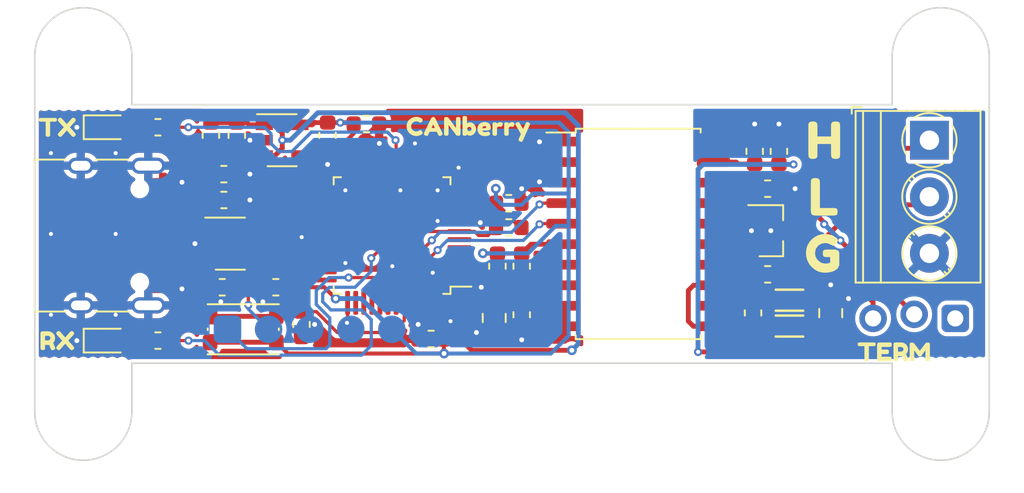
<source format=kicad_pcb>
(kicad_pcb (version 20210925) (generator pcbnew)
  (title_block (title "CANberry") (date "2021-10-02") (rev "0.1") (company "Josh Johnson"))
  (layers (0 "F.Cu" signal) (31 "B.Cu" signal) (34 "B.Paste" user) (35 "F.Paste" user) (36 "B.SilkS" user "B.Silkscreen") (37 "F.SilkS" user "F.Silkscreen") (38 "B.Mask" user) (39 "F.Mask" user) (44 "Edge.Cuts" user))
  (net 0 "")
  (net 1 "Net-(C1-Pad1)")
  (net 2 "GND")
  (net 3 "VBUS")
  (net 4 "+3V3")
  (net 5 "Net-(C11-Pad1)")
  (net 6 "GNDD")
  (net 7 "Net-(C10-Pad1)")
  (net 8 "Net-(C10-Pad2)")
  (net 9 "Net-(D1-Pad2)")
  (net 10 "Net-(D2-Pad2)")
  (net 11 "/CAN_H")
  (net 12 "/CAN_L")
  (net 13 "Net-(J1-PadA5)")
  (net 14 "Net-(J1-PadA6)")
  (net 15 "Net-(J1-PadA7)")
  (net 17 "Net-(J1-PadB5)")
  (net 19 "/nRST")
  (net 20 "/SWD_IO")
  (net 21 "/SWD_CLK")
  (net 22 "Net-(R3-Pad1)")
  (net 23 "/LED_TX")
  (net 24 "/LED_RX")
  (net 25 "/BOOT0")
  (net 27 "/USB_D+")
  (net 28 "/USB_D-")
  (net 29 "/CAN_RX")
  (net 30 "/CAN_TX")
  (net 63 "Net-(J3-Pad3)")
  (footprint "" (layer "F.Cu") (at 59.2 42)
    (fp_text reference "" hide)
    (fp_text value "")
  )
  (footprint "" (layer "F.Cu") (at 109.8 58)
    (fp_text reference "" hide)
    (fp_text value "")
  )
  (footprint "" (layer "F.Cu") (at 108.6 42)
    (fp_text reference "" hide)
    (fp_text value "")
  )
  (footprint "josh-connectors:3_PIN_THT_Staggered" (layer "F.Cu") (at 111.9 55.1 -90)
    (fp_text reference "J3" hide)
    (fp_text value "M20-9990346")
  )
  (footprint "MountingHole:MountingHole_3.2mm_M3" (layer "F.Cu") (at 58 39)
    (fp_text reference "H3" hide)
    (fp_text value "MountingHole")
  )
  (footprint "svg2mod" (layer "F.Cu") (at 103.7 51.2)
    (fp_text reference "svg2mod" hide)
    (fp_text value "G***" hide)
  )
  (footprint "" (layer "F.Cu") (at 56.8 58)
    (fp_text reference "" hide)
    (fp_text value "")
  )
  (footprint "" (layer "F.Cu") (at 112.2 42)
    (fp_text reference "" hide)
    (fp_text value "")
  )
  (footprint "" (layer "F.Cu") (at 109.2 42)
    (fp_text reference "" hide)
    (fp_text value "")
  )
  (footprint "" (layer "F.Cu") (at 60.4 42)
    (fp_text reference "" hide)
    (fp_text value "")
  )
  (footprint "Package_TO_SOT_SMD:SOT-23" (layer "F.Cu") (at 100.5 49.8)
    (fp_text reference "D3" hide)
    (fp_text value "ESDCAN24")
  )
  (footprint "josh-logos:OSHW_Logo_3.6x3.6_F.Mask" (layer "F.Cu") (at 83.5 45.5)
    (fp_text reference "LOGO1" hide)
    (fp_text value "Logo_Open_Hardware_Small" hide)
  )
  (footprint "svg2mod" (layer "F.Cu") (at 56.4 56.6)
    (fp_text reference "svg2mod" hide)
    (fp_text value "G***" hide)
  )
  (footprint "Package_TO_SOT_SMD:SOT-23-5" (layer "F.Cu") (at 70.2875 44.2)
    (fp_text reference "U1" hide)
    (fp_text value "AP2112K-3.3")
  )
  (footprint "Resistor_SMD:R_0603_1608Metric" (layer "F.Cu") (at 62.6125 56.6 180)
    (fp_text reference "R6" hide)
    (fp_text value "1K")
  )
  (footprint "" (layer "F.Cu") (at 57.4 42)
    (fp_text reference "" hide)
    (fp_text value "")
  )
  (footprint "LED_SMD:LED_0603_1608Metric" (layer "F.Cu") (at 59.5125 43.4)
    (fp_text reference "D1" hide)
    (fp_text value "RED")
  )
  (footprint "" (layer "F.Cu") (at 111.6 58)
    (fp_text reference "" hide)
    (fp_text value "")
  )
  (footprint "svg2mod" (layer "F.Cu") (at 56.4 43.4)
    (fp_text reference "svg2mod" hide)
    (fp_text value "G***" hide)
  )
  (footprint "svg2mod" (layer "F.Cu") (at 108.1 57.3)
    (fp_text reference "svg2mod" hide)
    (fp_text value "G***" hide)
  )
  (footprint "Capacitor_SMD:C_0603_1608Metric" (layer "F.Cu") (at 99.5 44.8875 90)
    (fp_text reference "C6" hide)
    (fp_text value "10n")
  )
  (footprint "" (layer "F.Cu") (at 56.2 58)
    (fp_text reference "" hide)
    (fp_text value "")
  )
  (footprint "MountingHole:MountingHole_3.2mm_M3" (layer "F.Cu") (at 58 61)
    (fp_text reference "H4" hide)
    (fp_text value "MountingHole")
  )
  (footprint "" (layer "F.Cu") (at 109.8 42)
    (fp_text reference "" hide)
    (fp_text value "")
  )
  (footprint "" (layer "F.Cu") (at 111.6 42)
    (fp_text reference "" hide)
    (fp_text value "")
  )
  (footprint "Capacitor_SMD:C_0603_1608Metric" (layer "F.Cu") (at 73.1 43.9 90)
    (fp_text reference "C3" hide)
    (fp_text value "4u7")
  )
  (footprint "Capacitor_SMD:C_0603_1608Metric" (layer "F.Cu") (at 69.9 53.3 180)
    (fp_text reference "C15" hide)
    (fp_text value "100n")
  )
  (footprint "" (layer "F.Cu") (at 112.2 58)
    (fp_text reference "" hide)
    (fp_text value "")
  )
  (footprint "svg2mod" (layer "F.Cu") (at 103.8 44.2)
    (fp_text reference "svg2mod" hide)
    (fp_text value "G***" hide)
  )
  (footprint "" (layer "F.Cu") (at 59.8 42)
    (fp_text reference "" hide)
    (fp_text value "")
  )
  (footprint "" (layer "F.Cu") (at 56.2 42)
    (fp_text reference "" hide)
    (fp_text value "")
  )
  (footprint "" (layer "F.Cu") (at 111 58)
    (fp_text reference "" hide)
    (fp_text value "")
  )
  (footprint "" (layer "F.Cu") (at 59.8 58)
    (fp_text reference "" hide)
    (fp_text value "")
  )
  (footprint "" (layer "F.Cu") (at 58 58)
    (fp_text reference "" hide)
    (fp_text value "")
  )
  (footprint "" (layer "F.Cu") (at 58.6 58)
    (fp_text reference "" hide)
    (fp_text value "")
  )
  (footprint "Capacitor_SMD:C_0603_1608Metric" (layer "F.Cu") (at 99.4 54.8875 90)
    (fp_text reference "C10" hide)
    (fp_text value "100n")
  )
  (footprint "" (layer "F.Cu") (at 113.4 42)
    (fp_text reference "" hide)
    (fp_text value "")
  )
  (footprint "" (layer "F.Cu") (at 60.4 58)
    (fp_text reference "" hide)
    (fp_text value "")
  )
  (footprint "MountingHole:MountingHole_3.2mm_M3" (layer "F.Cu") (at 111 61)
    (fp_text reference "H2" hide)
    (fp_text value "MountingHole")
  )
  (footprint "" (layer "F.Cu") (at 110.4 42)
    (fp_text reference "" hide)
    (fp_text value "")
  )
  (footprint "Capacitor_SMD:C_0603_1608Metric" (layer "F.Cu") (at 101 44.8875 90)
    (fp_text reference "C7" hide)
    (fp_text value "100n")
  )
  (footprint "" (layer "F.Cu") (at 58 42)
    (fp_text reference "" hide)
    (fp_text value "")
  )
  (footprint "" (layer "F.Cu") (at 109.2 58)
    (fp_text reference "" hide)
    (fp_text value "")
  )
  (footprint "Package_TO_SOT_SMD:SOT-23-6" (layer "F.Cu") (at 67.0875 50.6)
    (fp_text reference "U2" hide)
    (fp_text value "USBLC6-2SC6")
  )
  (footprint "Resistor_SMD:R_0603_1608Metric" (layer "F.Cu") (at 71.4875 55.6 -90)
    (fp_text reference "R7" hide)
    (fp_text value "5K1")
  )
  (footprint "LED_SMD:LED_0603_1608Metric" (layer "F.Cu") (at 59.5125 56.6)
    (fp_text reference "D2" hide)
    (fp_text value "GRN")
  )
  (footprint "Resistor_SMD:R_0603_1608Metric" (layer "F.Cu") (at 66.6875 47.9 180)
    (fp_text reference "R1" hide)
    (fp_text value "5K1")
  )
  (footprint "" (layer "F.Cu") (at 111 42)
    (fp_text reference "" hide)
    (fp_text value "")
  )
  (footprint "Capacitor_SMD:C_0603_1608Metric" (layer "F.Cu") (at 83.6 52 -90)
    (fp_text reference "C8" hide)
    (fp_text value "4u7")
  )
  (footprint "Resistor_SMD:R_0603_1608Metric" (layer "F.Cu") (at 100.3 47.2)
    (fp_text reference "R3" hide)
    (fp_text value "0")
  )
  (footprint "" (layer "F.Cu") (at 55.6 58)
    (fp_text reference "" hide)
    (fp_text value "")
  )
  (footprint "Package_QFP:LQFP-48_7x7mm_P0.5mm" (layer "F.Cu") (at 77.0875 50.1 180)
    (fp_text reference "U4" hide)
    (fp_text value "STM32F072C8Tx")
  )
  (footprint "" (layer "F.Cu") (at 113.4 58)
    (fp_text reference "" hide)
    (fp_text value "")
  )
  (footprint "Capacitor_SMD:C_0603_1608Metric" (layer "F.Cu") (at 67.4875 43.9 90)
    (fp_text reference "C2" hide)
    (fp_text value "4u7")
  )
  (footprint "Resistor_SMD:R_0603_1608Metric" (layer "F.Cu") (at 66.5875 53.3 180)
    (fp_text reference "R2" hide)
    (fp_text value "5K1")
  )
  (footprint "" (layer "F.Cu") (at 112.8 58)
    (fp_text reference "" hide)
    (fp_text value "")
  )
  (footprint "" (layer "F.Cu") (at 56.8 42)
    (fp_text reference "" hide)
    (fp_text value "")
  )
  (footprint "Package_SO:SOIC-20W_7.5x12.8mm_P1.27mm" (layer "F.Cu") (at 92.3 50)
    (fp_text reference "U3" hide)
    (fp_text value "ADM3053")
  )
  (footprint "Resistor_SMD:R_0603_1608Metric" (layer "F.Cu") (at 100.3 52.5)
    (fp_text reference "R8" hide)
    (fp_text value "120")
  )
  (footprint "" (layer "F.Cu") (at 108.6 58)
    (fp_text reference "" hide)
    (fp_text value "")
  )
  (footprint "Capacitor_SMD:C_0603_1608Metric" (layer "F.Cu") (at 75.5 43.2)
    (fp_text reference "C13" hide)
    (fp_text value "100n")
  )
  (footprint "" (layer "F.Cu") (at 55.6 42)
    (fp_text reference "" hide)
    (fp_text value "")
  )
  (footprint "Capacitor_SMD:C_0805_2012Metric" (layer "F.Cu") (at 83.4 55.2 -90)
    (fp_text reference "C4" hide)
    (fp_text value "10u")
  )
  (footprint "" (layer "F.Cu") (at 59.2 58)
    (fp_text reference "" hide)
    (fp_text value "")
  )
  (footprint "svg2mod" (layer "F.Cu") (at 81.8 43.5)
    (fp_text reference "svg2mod" hide)
    (fp_text value "G***" hide)
  )
  (footprint "Resistor_SMD:R_0603_1608Metric" (layer "F.Cu") (at 62.6125 43.4 180)
    (fp_text reference "R5" hide)
    (fp_text value "1K")
  )
  (footprint "josh-connectors:USB_C_Receptacle_HRO_TYPE-C-31-M-12" (layer "F.Cu") (at 58.8875 50.1 -90)
    (fp_text reference "J1" hide)
    (fp_text value "USB_C_Receptacle_USB2.0")
  )
  (footprint "Resistor_SMD:R_0603_1608Metric" (layer "F.Cu") (at 84.3 49.6 180)
    (fp_text reference "R4" hide)
    (fp_text value "5K1")
  )
  (footprint "josh-connectors:TerminalBlock_393570003_1x03_P3.50mm_Horizontal" (layer "F.Cu") (at 110.3 44.2 -90)
    (fp_text reference "J2" hide)
    (fp_text value "1751251")
  )
  (footprint "Capacitor_SMD:C_0603_1608Metric" (layer "F.Cu") (at 79.5 56.5 180)
    (fp_text reference "C12" hide)
    (fp_text value "100n")
  )
  (footprint "Capacitor_SMD:C_0603_1608Metric" (layer "F.Cu") (at 66.6875 46.3)
    (fp_text reference "C1" hide)
    (fp_text value "4u7")
  )
  (footprint "Capacitor_SMD:C_0805_2012Metric" (layer "F.Cu") (at 104.2 54.9 90)
    (fp_text reference "C11" hide)
    (fp_text value "10u")
  )
  (footprint "Capacitor_SMD:C_0603_1608Metric" (layer "F.Cu") (at 84.3 48.1)
    (fp_text reference "C14" hide)
    (fp_text value "100n")
  )
  (footprint "josh-passives-smt:Fuse_0603_1608Metric" (layer "F.Cu") (at 65.8875 43.9 90)
    (fp_text reference "F1" hide)
    (fp_text value "500mA")
  )
  (footprint "" (layer "F.Cu") (at 58.6 42)
    (fp_text reference "" hide)
    (fp_text value "")
  )
  (footprint "" (layer "F.Cu") (at 57.4 58)
    (fp_text reference "" hide)
    (fp_text value "")
  )
  (footprint "Capacitor_SMD:C_0603_1608Metric" (layer "F.Cu") (at 85.1 55 -90)
    (fp_text reference "C5" hide)
    (fp_text value "100n")
  )
  (footprint "josh-passives-smt:Ferrite_Bead_0603" (layer "F.Cu") (at 101.7 55.7)
    (fp_text reference "FB1" hide)
    (fp_text value "600R" hide)
  )
  (footprint "svg2mod" (layer "F.Cu") (at 103.8 47.7)
    (fp_text reference "svg2mod" hide)
    (fp_text value "G***" hide)
  )
  (footprint "" (layer "F.Cu") (at 110.4 58)
    (fp_text reference "" hide)
    (fp_text value "")
  )
  (footprint "MountingHole:MountingHole_3.2mm_M3" (layer "F.Cu") (at 111 39)
    (fp_text reference "H1" hide)
    (fp_text value "MountingHole")
  )
  (footprint "josh-passives-smt:Ferrite_Bead_0603" (layer "F.Cu") (at 101.7 54.1)
    (fp_text reference "FB2" hide)
    (fp_text value "600R" hide)
  )
  (footprint "Capacitor_SMD:C_0603_1608Metric" (layer "F.Cu") (at 85.1 52 -90)
    (fp_text reference "C9" hide)
    (fp_text value "100n")
  )
  (footprint "" (layer "F.Cu") (at 112.8 42)
    (fp_text reference "" hide)
    (fp_text value "")
  )
  (footprint "josh-buttons-switches:SW_Push_KMR2" (layer "F.Cu") (at 67.8875 55.9 180)
    (fp_text reference "SW1" hide)
    (fp_text value "KMR2")
  )
  (footprint "josh-connectors:5_PIN_SMD_PROG" (layer "B.Cu") (at 66.9125 55.9 -90)
    (fp_text reference "J4" hide)
    (fp_text value "SWD")
  )
  (gr_arc (start 58 61) (end 55 61) (angle -180) (layer "Edge.Cuts") (width 0.1))
  (gr_line (start 61 61) (end 61 58) (layer "Edge.Cuts") (width 0.1))
  (gr_line (start 55 61) (end 55 39) (layer "Edge.Cuts") (width 0.1))
  (gr_line (start 61 42) (end 61 39) (layer "Edge.Cuts") (width 0.1))
  (gr_line (start 108 58) (end 61 58) (layer "Edge.Cuts") (width 0.1))
  (gr_line (start 61 42) (end 108 42) (layer "Edge.Cuts") (width 0.1))
  (gr_arc (start 111 61) (end 108 61) (angle -180) (layer "Edge.Cuts") (width 0.1))
  (gr_line (start 108 39) (end 108 42) (layer "Edge.Cuts") (width 0.1))
  (gr_arc (start 58 39) (end 61 39) (angle -180) (layer "Edge.Cuts") (width 0.1))
  (gr_line (start 108 58) (end 108 61) (layer "Edge.Cuts") (width 0.1))
  (gr_line (start 114 39) (end 114 61) (layer "Edge.Cuts") (width 0.1))
  (gr_arc (start 111 39) (end 114 39) (angle -180) (layer "Edge.Cuts") (width 0.1))
  (segment (start 61.2 48.74669) (end 61.2 51.45331) (width 0.3) (layer "F.Cu") (net 1))
  (segment (start 67.3575 50.6) (end 67.1 50.3425) (width 0.3) (layer "F.Cu") (net 1))
  (segment (start 62.29669 47.65) (end 61.2 48.74669) (width 0.3) (layer "F.Cu") (net 1))
  (segment (start 62.9325 47.65) (end 62.29669 47.65) (width 0.3) (layer "F.Cu") (net 1))
  (segment (start 66.68798 47.08798) (end 65.9 46.3) (width 0.3) (layer "F.Cu") (net 1))
  (segment (start 62.29669 52.55) (end 62.9325 52.55) (width 0.3) (layer "F.Cu") (net 1))
  (segment (start 67.1 50.3425) (end 67.1 48.809716) (width 0.3) (layer "F.Cu") (net 1))
  (segment (start 61.2 51.45331) (end 62.29669 52.55) (width 0.3) (layer "F.Cu") (net 1))
  (segment (start 64.55 47.65) (end 65.9 46.3) (width 0.3) (layer "F.Cu") (net 1))
  (segment (start 66.68798 48.397696) (end 66.68798 47.08798) (width 0.3) (layer "F.Cu") (net 1))
  (segment (start 68.1875 50.6) (end 67.3575 50.6) (width 0.3) (layer "F.Cu") (net 1))
  (segment (start 65.9 44.7) (end 65.8875 44.6875) (width 0.3) (layer "F.Cu") (net 1))
  (segment (start 67.1 48.809716) (end 66.68798 48.397696) (width 0.3) (layer "F.Cu") (net 1))
  (segment (start 62.9325 47.65) (end 64.55 47.65) (width 0.3) (layer "F.Cu") (net 1))
  (segment (start 65.9 46.3) (end 65.9 44.7) (width 0.3) (layer "F.Cu") (net 1))
  (segment (start 62.9325 53.35) (end 64.05 53.35) (width 0.3) (layer "F.Cu") (net 2))
  (segment (start 85.9825 51.905) (end 85.1 52.7875) (width 0.3) (layer "F.Cu") (net 2))
  (segment (start 64.05 53.35) (end 64.1 53.4) (width 0.3) (layer "F.Cu") (net 2))
  (segment (start 71.5125 56.3875) (end 72.3 55.6) (width 0.25) (layer "F.Cu") (net 2))
  (segment (start 69.1875 44.2) (end 68.3 44.2) (width 0.3) (layer "F.Cu") (net 2))
  (segment (start 85.1 52.7875) (end 83.6 52.7875) (width 0.3) (layer "F.Cu") (net 2))
  (segment (start 62.9325 46.85) (end 64.05 46.85) (width 0.3) (layer "F.Cu") (net 2))
  (segment (start 81.25 49.35) (end 82.489472 49.35) (width 0.25) (layer "F.Cu") (net 2))
  (segment (start 76.2875 43.2) (end 76.2 43.2) (width 0.25) (layer "F.Cu") (net 2))
  (segment (start 83.0875 53.3) (end 82.6 53.3) (width 0.3) (layer "F.Cu") (net 2))
  (segment (start 67.475 47.9) (end 68.3 47.9) (width 0.25) (layer "F.Cu") (net 2))
  (segment (start 83.4 56.1375) (end 84.1625 56.1375) (width 0.3) (layer "F.Cu") (net 2))
  (segment (start 72.925 52.35) (end 70.05 52.35) (width 0.25) (layer "F.Cu") (net 2))
  (segment (start 67.375 53.3) (end 67.375 53.325) (width 0.3) (layer "F.Cu") (net 2))
  (segment (start 87.65 44.285) (end 86.215 44.285) (width 0.3) (layer "F.Cu") (net 2))
  (segment (start 65.9875 50.6) (end 64.9 50.6) (width 0.3) (layer "F.Cu") (net 2))
  (segment (start 58.725 43.4) (end 57.6 43.4) (width 0.3) (layer "F.Cu") (net 2))
  (segment (start 78.7125 55.6125) (end 78.7 55.6) (width 0.3) (layer "F.Cu") (net 2))
  (segment (start 74.8375 44.5625) (end 74.8375 45.9375) (width 0.25) (layer "F.Cu") (net 2))
  (segment (start 79.3375 54.2625) (end 79.3375 55.875) (width 0.25) (layer "F.Cu") (net 2))
  (segment (start 87.65 55.715) (end 86.085 55.715) (width 0.3) (layer "F.Cu") (net 2))
  (segment (start 76.2875 43.2) (end 76.2875 44.3875) (width 0.25) (layer "F.Cu") (net 2))
  (segment (start 82.489472 49.35) (end 82.538972 49.3005) (width 0.25) (layer "F.Cu") (net 2))
  (segment (start 85.0875 47.2125) (end 85.1 47.2) (width 0.25) (layer "F.Cu") (net 2))
  (segment (start 83.6 52.7875) (end 83.0875 53.3) (width 0.3) (layer "F.Cu") (net 2))
  (segment (start 67.4875 44.6875) (end 67.975 44.2) (width 0.3) (layer "F.Cu") (net 2))
  (segment (start 58.725 56.6) (end 57.6 56.6) (width 0.3) (layer "F.Cu") (net 2))
  (segment (start 76.2875 44.3875) (end 76.3 44.4) (width 0.25) (layer "F.Cu") (net 2))
  (segment (start 73.1 44.6875) (end 73.1 45.7) (width 0.3) (layer "F.Cu") (net 2))
  (segment (start 67.375 53.325) (end 66.5 54.2) (width 0.3) (layer "F.Cu") (net 2))
  (segment (start 86.215 44.285) (end 86.2 44.3) (width 0.3) (layer "F.Cu") (net 2))
  (segment (start 79.3375 55.875) (end 78.7125 56.5) (width 0.25) (layer "F.Cu") (net 2))
  (segment (start 84.5125 55.7875) (end 85.1 55.7875) (width 0.3) (layer "F.Cu") (net 2))
  (segment (start 85.1 55.7875) (end 85.1 56.5505) (width 0.3) (layer "F.Cu") (net 2))
  (segment (start 69.1125 54.1875) (end 69.1 54.2) (width 0.25) (layer "F.Cu") (net 2))
  (segment (start 87.65 46.825) (end 86.2495 46.825) (width 0.3) (layer "F.Cu") (net 2))
  (segment (start 82.3375 56.1375) (end 82.3 56.1) (width 0.3) (layer "F.Cu") (net 2))
  (segment (start 86.2495 46.825) (end 86.2 46.7755) (width 0.3) (layer "F.Cu") (net 2))
  (segment (start 69.1125 53.3) (end 69.1125 54.1875) (width 0.25) (layer "F.Cu") (net 2))
  (segment (start 84.1625 56.1375) (end 84.5125 55.7875) (width 0.3) (layer "F.Cu") (net 2))
  (segment (start 76.2 43.2) (end 74.8375 44.5625) (width 0.25) (layer "F.Cu") (net 2))
  (segment (start 69.1125 53.2875) (end 70.05 52.35) (width 0.25) (layer "F.Cu") (net 2))
  (segment (start 78.7125 56.5) (end 78.7125 55.6125) (width 0.3) (layer "F.Cu") (net 2))
  (segment (start 87.65 54.445) (end 86.455 54.445) (width 0.3) (layer "F.Cu") (net 2))
  (segment (start 86.085 55.715) (end 85.1725 55.715) (width 0.3) (layer "F.Cu") (net 2))
  (segment (start 64.05 46.85) (end 64.1 46.8) (width 0.3) (layer "F.Cu") (net 2))
  (segment (start 86.085 54.815) (end 86.085 55.715) (width 0.3) (layer "F.Cu") (net 2))
  (segment (start 71.4875 56.3875) (end 71.505 56.3875) (width 0.3) (layer "F.Cu") (net 2))
  (segment (start 85.0875 48.1) (end 85.0875 47.2125) (width 0.25) (layer "F.Cu") (net 2))
  (segment (start 67.475 46.3) (end 68.3 46.3) (width 0.3) (layer "F.Cu") (net 2))
  (segment (start 67.975 44.2) (end 68.3 44.2) (width 0.3) (layer "F.Cu") (net 2))
  (segment (start 86.455 54.445) (end 86.085 54.815) (width 0.3) (layer "F.Cu") (net 2))
  (segment (start 83.4 56.1375) (end 82.3375 56.1375) (width 0.3) (layer "F.Cu") (net 2))
  (segment (start 71.4875 56.3875) (end 71.5125 56.3875) (width 0.25) (layer "F.Cu") (net 2))
  (segment (start 87.65 51.905) (end 85.9825 51.905) (width 0.3) (layer "F.Cu") (net 2))
  (via (at 64.1 53.4) (size 0.6) (drill 0.3) (layers "F.Cu" "B.Cu") (net 2))
  (via (at 64.9 50.6) (size 0.6) (drill 0.3) (layers "F.Cu" "B.Cu") (net 2))
  (via (at 86.2 44.3) (size 0.6) (drill 0.3) (layers "F.Cu" "B.Cu") (net 2))
  (via (at 85.1 56.5505) (size 0.6) (drill 0.3) (layers "F.Cu" "B.Cu") (net 2))
  (via (at 82.3 56.1) (size 0.6) (drill 0.3) (layers "F.Cu" "B.Cu") (net 2))
  (via (at 56 55) (size 0.5) (drill 0.25) (layers "F.Cu" "B.Cu") (net 2))
  (via (at 77.6 47.3) (size 0.5) (drill 0.25) (layers "F.Cu" "B.Cu") (net 2))
  (via (at 57.6 43.4) (size 0.6) (drill 0.3) (layers "F.Cu" "B.Cu") (net 2))
  (via (at 60 50) (size 0.5) (drill 0.25) (layers "F.Cu" "B.Cu") (net 2))
  (via (at 76.3 44.4) (size 0.6) (drill 0.3) (layers "F.Cu" "B.Cu") (net 2))
  (via (at 60 55) (size 0.5) (drill 0.25) (layers "F.Cu" "B.Cu") (net 2))
  (via (at 78.7 55.6) (size 0.6) (drill 0.3) (layers "F.Cu" "B.Cu") (net 2))
  (via (at 74.2 47.3) (size 0.5) (drill 0.25) (layers "F.Cu" "B.Cu") (net 2))
  (via (at 82.6 53.3) (size 0.6) (drill 0.3) (layers "F.Cu" "B.Cu") (net 2))
  (via (at 57.6 56.6) (size 0.6) (drill 0.3) (layers "F.Cu" "B.Cu") (net 2))
  (via (at 80.7 55.4) (size 0.5) (drill 0.25) (layers "F.Cu" "B.Cu") (net 2))
  (via (at 79.6 52.4) (size 0.5) (drill 0.25) (layers "F.Cu" "B.Cu") (net 2))
  (via (at 77.1 52) (size 0.5) (drill 0.25) (layers "F.Cu" "B.Cu") (net 2))
  (via (at 68.3 44.2) (size 0.6) (drill 0.3) (layers "F.Cu" "B.Cu") (net 2))
  (via (at 74.2 51.8) (size 0.5) (drill 0.25) (layers "F.Cu" "B.Cu") (net 2))
  (via (at 64.1 46.8) (size 0.6) (drill 0.3) (layers "F.Cu" "B.Cu") (net 2))
  (via (at 86.2 46.7755) (size 0.6) (drill 0.3) (layers "F.Cu" "B.Cu") (net 2))
  (via (at 60 45) (size 0.5) (drill 0.25) (layers "F.Cu" "B.Cu") (net 2))
  (via (at 71.5 50.2) (size 0.5) (drill 0.25) (layers "F.Cu" "B.Cu") (net 2))
  (via (at 73.1 45.7) (size 0.6) (drill 0.3) (layers "F.Cu" "B.Cu") (net 2))
  (via (at 79.9 47.3) (size 0.5) (drill 0.25) (layers "F.Cu" "B.Cu") (net 2))
  (via (at 56 45) (size 0.5) (drill 0.25) (layers "F.Cu" "B.Cu") (net 2))
  (via (at 68.3 46.3) (size 0.6) (drill 0.3) (layers "F.Cu" "B.Cu") (net 2))
  (via (at 56 50) (size 0.5) (drill 0.25) (layers "F.Cu" "B.Cu") (net 2))
  (via (at 79.9 49.2) (size 0.5) (drill 0.25) (layers "F.Cu" "B.Cu") (net 2))
  (via (at 85.1 47.2) (size 0.6) (drill 0.3) (layers "F.Cu" "B.Cu") (net 2))
  (via (at 72.3 55.6) (size 0.6) (drill 0.3) (layers "F.Cu" "B.Cu") (net 2))
  (via (at 68.3 47.9) (size 0.6) (drill 0.3) (layers "F.Cu" "B.Cu") (net 2))
  (via (at 82.538972 49.3005) (size 0.6) (drill 0.3) (layers "F.Cu" "B.Cu") (net 2))
  (via (at 78.5 44.4) (size 0.5) (drill 0.25) (layers "F.Cu" "B.Cu") (net 2))
  (via (at 81.2 45.9) (size 0.5) (drill 0.25) (layers "F.Cu" "B.Cu") (net 2))
  (via (at 69.1 54.2) (size 0.6) (drill 0.3) (layers "F.Cu" "B.Cu") (net 2))
  (via (at 66.5 54.2) (size 0.6) (drill 0.3) (layers "F.Cu" "B.Cu") (net 2))
  (segment (start 81.6 55.1) (end 81.6 56.8) (width 0.3) (layer "F.Cu") (net 3))
  (segment (start 82 57.2) (end 88.2 57.2) (width 0.3) (layer "F.Cu") (net 3))
  (segment (start 69.85 45.15) (end 70.3 44.7) (width 0.3) (layer "F.Cu") (net 3))
  (segment (start 68.1125 43.1125) (end 67.4875 43.1125) (width 0.3) (layer "F.Cu") (net 3))
  (segment (start 86.325 53.175) (end 87.65 53.175) (width 0.3) (layer "F.Cu") (net 3))
  (segment (start 70.3 43.758478) (end 69.791522 43.25) (width 0.3) (layer "F.Cu") (net 3))
  (segment (start 65.8875 43.1125) (end 67.4875 43.1125) (width 0.3) (layer "F.Cu") (net 3))
  (segment (start 83.4 54.2625) (end 82.4375 54.2625) (width 0.3) (layer "F.Cu") (net 3))
  (segment (start 69.791522 43.25) (end 69.1875 43.25) (width 0.3) (layer "F.Cu") (net 3))
  (segment (start 70.3 44.7) (end 70.3 44.2) (width 0.3) (layer "F.Cu") (net 3))
  (segment (start 69.1875 45.15) (end 69.85 45.15) (width 0.3) (layer "F.Cu") (net 3))
  (segment (start 81.6 56.8) (end 82 57.2) (width 0.3) (layer "F.Cu") (net 3))
  (segment (start 68.25 43.25) (end 68.1125 43.1125) (width 0.3) (layer "F.Cu") (net 3))
  (segment (start 82.4375 54.2625) (end 81.6 55.1) (width 0.3) (layer "F.Cu") (net 3))
  (segment (start 70.3 44.2) (end 70.3 43.758478) (width 0.3) (layer "F.Cu") (net 3))
  (segment (start 85.2875 54.2125) (end 86.325 53.175) (width 0.3) (layer "F.Cu") (net 3))
  (segment (start 69.1875 43.25) (end 68.25 43.25) (width 0.3) (layer "F.Cu") (net 3))
  (segment (start 85.1 54.2125) (end 83.45 54.2125) (width 0.3) (layer "F.Cu") (net 3))
  (via (at 70.3 44.2) (size 0.5) (drill 0.25) (layers "F.Cu" "B.Cu") (net 3))
  (via (at 88.2 57.2) (size 0.6) (drill 0.3) (layers "F.Cu" "B.Cu") (net 3))
  (segment (start 72.5 42.5) (end 87.8 42.5) (width 0.3) (layer "B.Cu") (net 3))
  (segment (start 70.3 44.2) (end 70.8 44.2) (width 0.3) (layer "B.Cu") (net 3))
  (segment (start 88.6 56.8) (end 88.2 57.2) (width 0.3) (layer "B.Cu") (net 3))
  (segment (start 87.8 42.5) (end 88.6 43.3) (width 0.3) (layer "B.Cu") (net 3))
  (segment (start 88.6 43.3) (end 88.6 56.8) (width 0.3) (layer "B.Cu") (net 3))
  (segment (start 70.8 44.2) (end 72.5 42.5) (width 0.3) (layer "B.Cu") (net 3))
  (segment (start 79.8375 54.2625) (end 79.8375 56.05) (width 0.25) (layer "F.Cu") (net 4))
  (segment (start 72.3 43.1) (end 72.3125 43.1125) (width 0.3) (layer "F.Cu") (net 4))
  (segment (start 72.925 52.85) (end 71.1375 52.85) (width 0.25) (layer "F.Cu") (net 4))
  (segment (start 69.9375 56.7) (end 70.6375 57.4) (width 0.25) (layer "F.Cu") (net 4))
  (segment (start 83.5125 48.1) (end 83.5125 47.2125) (width 0.25) (layer "F.Cu") (net 4))
  (segment (start 65.8375 56.7) (end 69.9375 56.7) (width 0.3) (layer "F.Cu") (net 4))
  (segment (start 73.8875 43.1125) (end 74.625 43.1125) (width 0.3) (layer "F.Cu") (net 4))
  (segment (start 79.8375 56.05) (end 80.2875 56.5) (width 0.25) (layer "F.Cu") (net 4))
  (segment (start 82.106293 48.85) (end 82.856293 48.1) (width 0.25) (layer "F.Cu") (net 4))
  (segment (start 83.6 51.2125) (end 82.7125 51.2125) (width 0.25) (layer "F.Cu") (net 4))
  (segment (start 74.3375 44.1625) (end 74.7125 43.7875) (width 0.25) (layer "F.Cu") (net 4))
  (segment (start 85.0125 49.6) (end 83.5125 48.1) (width 0.25) (layer "F.Cu") (net 4))
  (segment (start 73.1 43.1125) (end 73.8875 43.1125) (width 0.3) (layer "F.Cu") (net 4))
  (segment (start 85.0875 49.6) (end 85.0125 49.6) (width 0.25) (layer "F.Cu") (net 4))
  (segment (start 83.6 51.416821) (end 83.6 51.2125) (width 0.25) (layer "F.Cu") (net 4))
  (segment (start 82.856293 48.1) (end 83.5125 48.1) (width 0.25) (layer "F.Cu") (net 4))
  (segment (start 71.3875 43.25) (end 72.15 43.25) (width 0.3) (layer "F.Cu") (net 4))
  (segment (start 85.6775 50.635) (end 85.1 51.2125) (width 0.3) (layer "F.Cu") (net 4))
  (segment (start 83.5125 47.2125) (end 83.5 47.2) (width 0.25) (layer "F.Cu") (net 4))
  (segment (start 74.3375 45.9375) (end 74.3375 44.1625) (width 0.25) (layer "F.Cu") (net 4))
  (segment (start 81.25 52.85) (end 82.166821 52.85) (width 0.25) (layer "F.Cu") (net 4))
  (segment (start 72.9 53.3) (end 73.6 54) (width 0.25) (layer "F.Cu") (net 4))
  (segment (start 72.3125 43.1125) (end 73.1 43.1125) (width 0.3) (layer "F.Cu") (net 4))
  (segment (start 80.2875 56.5) (end 80.2875 57.3875) (width 0.25) (layer "F.Cu") (net 4))
  (segment (start 82.166821 52.85) (end 83.6 51.416821) (width 0.25) (layer "F.Cu") (net 4))
  (segment (start 81.25 48.85) (end 82.106293 48.85) (width 0.25) (layer "F.Cu") (net 4))
  (segment (start 80.2875 57.3875) (end 80.3 57.4) (width 0.25) (layer "F.Cu") (net 4))
  (segment (start 70.6875 53.3) (end 72.9 53.3) (width 0.25) (layer "F.Cu") (net 4))
  (segment (start 74.7125 43.7875) (end 74.7125 43.2) (width 0.25) (layer "F.Cu") (net 4))
  (segment (start 72.15 43.25) (end 72.3 43.1) (width 0.3) (layer "F.Cu") (net 4))
  (segment (start 83.6 51.2125) (end 85.1 51.2125) (width 0.25) (layer "F.Cu") (net 4))
  (segment (start 74.625 43.1125) (end 74.7125 43.2) (width 0.3) (layer "F.Cu") (net 4))
  (segment (start 82.7125 51.2125) (end 82.7 51.2) (width 0.25) (layer "F.Cu") (net 4))
  (segment (start 70.6375 57.4) (end 80.3 57.4) (width 0.25) (layer "F.Cu") (net 4))
  (segment (start 71.1375 52.85) (end 70.6875 53.3) (width 0.25) (layer "F.Cu") (net 4))
  (segment (start 87.65 50.635) (end 85.6775 50.635) (width 0.3) (layer "F.Cu") (net 4))
  (via (at 80.3 57.4) (size 0.6) (drill 0.3) (layers "F.Cu" "B.Cu") (net 4))
  (via (at 82.7 51.2) (size 0.6) (drill 0.3) (layers "F.Cu" "B.Cu") (net 4))
  (via (at 73.8875 43.1125) (size 0.5) (drill 0.25) (layers "F.Cu" "B.Cu") (net 4))
  (via (at 83.5 47.2) (size 0.6) (drill 0.3) (layers "F.Cu" "B.Cu") (net 4))
  (via (at 73.6 54) (size 0.6) (drill 0.3) (layers "F.Cu" "B.Cu") (net 4))
  (segment (start 87.4125 43.1125) (end 88 43.7) (width 0.25) (layer "B.Cu") (net 4))
  (segment (start 85.8 47.5) (end 88 47.5) (width 0.25) (layer "B.Cu") (net 4))
  (segment (start 73.8875 43.1125) (end 87.4125 43.1125) (width 0.25) (layer "B.Cu") (net 4))
  (segment (start 88 47.5) (end 88 48.4) (width 0.25) (layer "B.Cu") (net 4))
  (segment (start 86.9 57.4) (end 88 56.3) (width 0.25) (layer "B.Cu") (net 4))
  (segment (start 87.2 49.5) (end 88 49.5) (width 0.25) (layer "B.Cu") (net 4))
  (segment (start 83.5 47.2) (end 83.5 47.8) (width 0.25) (layer "B.Cu") (net 4))
  (segment (start 85.5 51.2) (end 87.2 49.5) (width 0.25) (layer "B.Cu") (net 4))
  (segment (start 77.0725 55.9) (end 75.1725 54) (width 0.3) (layer "B.Cu") (net 4))
  (segment (start 80.3 57.4) (end 78.5725 57.4) (width 0.25) (layer "B.Cu") (net 4))
  (segment (start 88 51.2) (end 88 49.5) (width 0.25) (layer "B.Cu") (net 4))
  (segment (start 83.5 47.8) (end 83.9 48.2) (width 0.25) (layer "B.Cu") (net 4))
  (segment (start 75.1725 54) (end 73.6 54) (width 0.3) (layer "B.Cu") (net 4))
  (segment (start 83.9 48.2) (end 85.1 48.2) (width 0.25) (layer "B.Cu") (net 4))
  (segment (start 80.3 57.4) (end 86.9 57.4) (width 0.25) (layer "B.Cu") (net 4))
  (segment (start 85.1 48.2) (end 85.8 47.5) (width 0.25) (layer "B.Cu") (net 4))
  (segment (start 88 56.3) (end 88 51.2) (width 0.25) (layer "B.Cu") (net 4))
  (segment (start 88 43.7) (end 88 47.4) (width 0.25) (layer "B.Cu") (net 4))
  (segment (start 78.5725 57.4) (end 77.0725 55.9) (width 0.25) (layer "B.Cu") (net 4))
  (segment (start 88 47.4) (end 88 47.5) (width 0.25) (layer "B.Cu") (net 4))
  (segment (start 82.7 51.2) (end 85.5 51.2) (width 0.25) (layer "B.Cu") (net 4))
  (segment (start 88 49.5) (end 88 48.4) (width 0.25) (layer "B.Cu") (net 4))
  (segment (start 96.95 45.555) (end 98.355 45.555) (width 0.3) (layer "F.Cu") (net 5))
  (segment (start 101 45.675) (end 99.5 45.675) (width 0.3) (layer "F.Cu") (net 5))
  (segment (start 102.5 55.7) (end 103.1 55.7) (width 0.3) (layer "F.Cu") (net 5))
  (segment (start 104.2 55.8375) (end 102.7375 57.3) (width 0.3) (layer "F.Cu") (net 5))
  (segment (start 101.9 45.7) (end 101.025 45.7) (width 0.3) (layer "F.Cu") (net 5))
  (segment (start 99.5 45.675) (end 98.475 45.675) (width 0.3) (layer "F.Cu") (net 5))
  (segment (start 103.1 55.7) (end 103.2375 55.8375) (width 0.3) (layer "F.Cu") (net 5))
  (segment (start 98.475 45.675) (end 98.355 45.555) (width 0.3) (layer "F.Cu") (net 5))
  (segment (start 101.025 45.7) (end 101 45.675) (width 0.3) (layer "F.Cu") (net 5))
  (segment (start 103.2375 55.8375) (end 104.2 55.8375) (width 0.3) (layer "F.Cu") (net 5))
  (segment (start 102.7375 57.3) (end 96 57.3) (width 0.3) (layer "F.Cu") (net 5))
  (via (at 96 57.3) (size 0.5) (drill 0.25) (layers "F.Cu" "B.Cu") (net 5))
  (via (at 101.9 45.7) (size 0.5) (drill 0.25) (layers "F.Cu" "B.Cu") (net 5))
  (segment (start 96 46) (end 96 57.3) (width 0.3) (layer "B.Cu") (net 5))
  (segment (start 101.9 45.7) (end 96.3 45.7) (width 0.3) (layer "B.Cu") (net 5))
  (segment (start 96.3 45.7) (end 96 46) (width 0.3) (layer "B.Cu") (net 5))
  (segment (start 103.2 54.1) (end 103.3375 53.9625) (width 0.3) (layer "F.Cu") (net 6))
  (segment (start 99.5 44.1) (end 101 44.1) (width 0.3) (layer "F.Cu") (net 6))
  (segment (start 102.5 54.1) (end 103.2 54.1) (width 0.3) (layer "F.Cu") (net 6))
  (segment (start 100.5 49.8) (end 98.9 49.8) (width 0.3) (layer "F.Cu") (net 6))
  (segment (start 105.2625 53.9625) (end 105.3 54) (width 0.3) (layer "F.Cu") (net 6))
  (segment (start 101.5 49.8) (end 100.5 49.8) (width 0.3) (layer "F.Cu") (net 6))
  (segment (start 98.6 44.1) (end 99.5 44.1) (width 0.3) (layer "F.Cu") (net 6))
  (segment (start 98.465 49.365) (end 96.95 49.365) (width 0.3) (layer "F.Cu") (net 6))
  (segment (start 98.415 44.285) (end 98.6 44.1) (width 0.3) (layer "F.Cu") (net 6))
  (segment (start 98.9 49.8) (end 98.465 49.365) (width 0.3) (layer "F.Cu") (net 6))
  (segment (start 104.2 53.9625) (end 105.2625 53.9625) (width 0.3) (layer "F.Cu") (net 6))
  (segment (start 96.95 44.285) (end 98.415 44.285) (width 0.3) (layer "F.Cu") (net 6))
  (segment (start 101.0875 47.2) (end 102 47.2) (width 0.3) (layer "F.Cu") (net 6))
  (segment (start 99.5 44.1) (end 99.5 43.2) (width 0.3) (layer "F.Cu") (net 6))
  (segment (start 101 44.1) (end 101 43.2) (width 0.3) (layer "F.Cu") (net 6))
  (segment (start 104.2 53.9625) (end 104.2 53.1495) (width 0.3) (layer "F.Cu") (net 6))
  (segment (start 103.3375 53.9625) (end 104.2 53.9625) (width 0.3) (layer "F.Cu") (net 6))
  (via (at 102 47.2) (size 0.6) (drill 0.3) (layers "F.Cu" "B.Cu") (net 6))
  (via (at 105.3 54) (size 0.6) (drill 0.3) (layers "F.Cu" "B.Cu") (net 6))
  (via (at 104.2 53.1495) (size 0.6) (drill 0.3) (layers "F.Cu" "B.Cu") (net 6))
  (via (at 101 43.2) (size 0.6) (drill 0.3) (layers "F.Cu" "B.Cu") (net 6))
  (via (at 99.5 43.2) (size 0.6) (drill 0.3) (layers "F.Cu" "B.Cu") (net 6))
  (via (at 99.3 49.8) (size 0.6) (drill 0.3) (layers "F.Cu" "B.Cu") (net 6))
  (via (at 100.5 49.8) (size 0.6) (drill 0.3) (layers "F.Cu" "B.Cu") (net 6))
  (segment (start 96.95 54.445) (end 98.17 54.445) (width 0.3) (layer "F.Cu") (net 7))
  (segment (start 99.4 55.675) (end 100.875 55.675) (width 0.3) (layer "F.Cu") (net 7))
  (segment (start 100.875 55.675) (end 100.9 55.7) (width 0.3) (layer "F.Cu") (net 7))
  (segment (start 98.17 54.445) (end 99.4 55.675) (width 0.3) (layer "F.Cu") (net 7))
  (segment (start 96.95 53.175) (end 98.475 53.175) (width 0.3) (layer "F.Cu") (net 8))
  (segment (start 100.9 54.1) (end 99.4 54.1) (width 0.3) (layer "F.Cu") (net 8))
  (segment (start 98.475 53.175) (end 99.4 54.1) (width 0.3) (layer "F.Cu") (net 8))
  (segment (start 95.725 53.175) (end 96.95 53.175) (width 0.3) (layer "F.Cu") (net 8))
  (segment (start 96.95 55.715) (end 95.715 55.715) (width 0.3) (layer "F.Cu") (net 8))
  (segment (start 95.4 55.4) (end 95.4 53.5) (width 0.3) (layer "F.Cu") (net 8))
  (segment (start 95.4 53.5) (end 95.725 53.175) (width 0.3) (layer "F.Cu") (net 8))
  (segment (start 95.715 55.715) (end 95.4 55.4) (width 0.3) (layer "F.Cu") (net 8))
  (segment (start 60.3 43.4) (end 61.825 43.4) (width 0.3) (layer "F.Cu") (net 9))
  (segment (start 60.3 56.6) (end 61.825 56.6) (width 0.3) (layer "F.Cu") (net 10))
  (segment (start 103.8 49.4) (end 103.8 49.3) (width 0.3) (layer "F.Cu") (net 11))
  (segment (start 103.15 48.85) (end 103.25 48.75) (width 0.3) (layer "F.Cu") (net 11))
  (segment (start 107.3 44.7) (end 110.3 44.7) (width 0.3) (layer "F.Cu") (net 11))
  (segment (start 98.745 48.095) (end 99.5 48.85) (width 0.3) (layer "F.Cu") (net 11))
  (segment (start 103.25 48.75) (end 107.3 44.7) (width 0.3) (layer "F.Cu") (net 11))
  (segment (start 96.95 48.095) (end 98.745 48.095) (width 0.3) (layer "F.Cu") (net 11))
  (segment (start 99.5 48.85) (end 103.15 48.85) (width 0.3) (layer "F.Cu") (net 11))
  (segment (start 103.8 49.3) (end 103.25 48.75) (width 0.3) (layer "F.Cu") (net 11))
  (segment (start 109.36 54.973) (end 104.8 50.413) (width 0.3) (layer "F.Cu") (net 11))
  (segment (start 104.8 50.413) (end 104.8 50.4) (width 0.3) (layer "F.Cu") (net 11))
  (via (at 103.8 49.4) (size 0.5) (drill 0.25) (layers "F.Cu" "B.Cu") (net 11))
  (via (at 104.8 50.4) (size 0.5) (drill 0.25) (layers "F.Cu" "B.Cu") (net 11))
  (segment (start 104.8 50.4) (end 103.8 49.4) (width 0.3) (layer "B.Cu") (net 11))
  (segment (start 105.9 48.2) (end 110.3 48.2) (width 0.3) (layer "F.Cu") (net 12))
  (segment (start 103.35 50.75) (end 105.9 48.2) (width 0.3) (layer "F.Cu") (net 12))
  (segment (start 99.5 52.4875) (end 99.5125 52.5) (width 0.3) (layer "F.Cu") (net 12))
  (segment (start 99.385 50.635) (end 99.5 50.75) (width 0.3) (layer "F.Cu") (net 12))
  (segment (start 96.95 50.635) (end 99.385 50.635) (width 0.3) (layer "F.Cu") (net 12))
  (segment (start 99.5 50.75) (end 103.35 50.75) (width 0.3) (layer "F.Cu") (net 12))
  (segment (start 99.5 50.75) (end 99.5 52.4875) (width 0.3) (layer "F.Cu") (net 12))
  (segment (start 64.95 48.85) (end 65.9 47.9) (width 0.2) (layer "F.Cu") (net 13))
  (segment (start 62.9325 48.85) (end 64.95 48.85) (width 0.2) (layer "F.Cu") (net 13))
  (segment (start 64.05 50.85) (end 62.9325 50.85) (width 0.2) (layer "F.Cu") (net 14))
  (segment (start 61.9 50) (end 61.9 50.7) (width 0.2) (layer "F.Cu") (net 14))
  (segment (start 64.75 51.55) (end 64.05 50.85) (width 0.2) (layer "F.Cu") (net 14))
  (segment (start 65.9875 51.55) (end 64.75 51.55) (width 0.2) (layer "F.Cu") (net 14))
  (segment (start 62.9325 49.85) (end 62.05 49.85) (width 0.2) (layer "F.Cu") (net 14))
  (segment (start 61.9 50.7) (end 62.05 50.85) (width 0.2) (layer "F.Cu") (net 14))
  (segment (start 62.05 49.85) (end 61.9 50) (width 0.2) (layer "F.Cu") (net 14))
  (segment (start 62.05 50.85) (end 62.9325 50.85) (width 0.2) (layer "F.Cu") (net 14))
  (segment (start 64 49.4) (end 63.95 49.35) (width 0.2) (layer "F.Cu") (net 15))
  (segment (start 62.9325 50.35) (end 63.75 50.35) (width 0.2) (layer "F.Cu") (net 15))
  (segment (start 64.55 49.65) (end 65.9875 49.65) (width 0.2) (layer "F.Cu") (net 15))
  (segment (start 63.75 50.35) (end 64 50.1) (width 0.2) (layer "F.Cu") (net 15))
  (segment (start 64.25 49.35) (end 64.55 49.65) (width 0.2) (layer "F.Cu") (net 15))
  (segment (start 62.9325 49.35) (end 63.95 49.35) (width 0.2) (layer "F.Cu") (net 15))
  (segment (start 63.95 49.35) (end 64.25 49.35) (width 0.2) (layer "F.Cu") (net 15))
  (segment (start 64 50.1) (end 64 49.4) (width 0.2) (layer "F.Cu") (net 15))
  (segment (start 62.9325 51.85) (end 64.35 51.85) (width 0.2) (layer "F.Cu") (net 17))
  (segment (start 64.35 51.85) (end 65.8 53.3) (width 0.2) (layer "F.Cu") (net 17))
  (segment (start 77.8 51.2) (end 79.15061 49.84939) (width 0.2) (layer "F.Cu") (net 19))
  (segment (start 74.4 52.7) (end 77.4 52.7) (width 0.2) (layer "F.Cu") (net 19))
  (segment (start 82.190751 49.85) (end 82.440751 50.1) (width 0.2) (layer "F.Cu") (net 19))
  (segment (start 77.4 52.7) (end 77.8 52.3) (width 0.2) (layer "F.Cu") (net 19))
  (segment (start 81.25 49.85) (end 82.190751 49.85) (width 0.2) (layer "F.Cu") (net 19))
  (segment (start 77.8 52.3) (end 77.8 51.2) (width 0.2) (layer "F.Cu") (net 19))
  (segment (start 83.0125 50.1) (end 83.5125 49.6) (width 0.2) (layer "F.Cu") (net 19))
  (segment (start 82.440751 50.1) (end 83.0125 50.1) (width 0.2) (layer "F.Cu") (net 19))
  (segment (start 79.15061 49.84939) (end 81.24939 49.84939) (width 0.2) (layer "F.Cu") (net 19))
  (segment (start 81.24939 49.84939) (end 81.25 49.85) (width 0.2) (layer "F.Cu") (net 19))
  (via (at 74.4 52.7) (size 0.5) (drill 0.25) (layers "F.Cu" "B.Cu") (net 19))
  (segment (start 72.40049 53.49951) (end 73.2 52.7) (width 0.2) (layer "B.Cu") (net 19))
  (segment (start 73 57.1) (end 73.234516 56.865484) (width 0.2) (layer "B.Cu") (net 19))
  (segment (start 73.234516 56.865484) (end 73.234516 55.19951) (width 0.2) (layer "B.Cu") (net 19))
  (segment (start 68.1125 57.1) (end 73 57.1) (width 0.2) (layer "B.Cu") (net 19))
  (segment (start 73.2 52.7) (end 74.4 52.7) (width 0.2) (layer "B.Cu") (net 19))
  (segment (start 72.40049 54.365484) (end 72.40049 53.49951) (width 0.2) (layer "B.Cu") (net 19))
  (segment (start 73.234516 55.19951) (end 72.40049 54.365484) (width 0.2) (layer "B.Cu") (net 19))
  (segment (start 66.9125 55.9) (end 68.1125 57.1) (width 0.2) (layer "B.Cu") (net 19))
  (segment (start 72.925 51.85) (end 69.55 51.85) (width 0.2) (layer "F.Cu") (net 20))
  (segment (start 68.3 52.6) (end 68.2 52.7) (width 0.2) (layer "F.Cu") (net 20))
  (segment (start 69.225489 52.174511) (end 68.725489 52.174511) (width 0.2) (layer "F.Cu") (net 20))
  (segment (start 69.55 51.85) (end 69.225489 52.174511) (width 0.2) (layer "F.Cu") (net 20))
  (segment (start 68.725489 52.174511) (end 68.3 52.6) (width 0.2) (layer "F.Cu") (net 20))
  (segment (start 68.2 52.7) (end 68.2 54.4) (width 0.2) (layer "F.Cu") (net 20))
  (via (at 68.2 54.4) (size 0.5) (drill 0.25) (layers "F.Cu" "B.Cu") (net 20))
  (segment (start 68.2 54.4) (end 68.2 54.6475) (width 0.2) (layer "B.Cu") (net 20))
  (segment (start 68.2 54.6475) (end 69.4525 55.9) (width 0.2) (layer "B.Cu") (net 20))
  (segment (start 74.3375 55.4625) (end 74.3 55.5) (width 0.2) (layer "F.Cu") (net 21))
  (segment (start 74.3375 54.2625) (end 74.3375 55.4625) (width 0.2) (layer "F.Cu") (net 21))
  (via (at 74.3 55.5) (size 0.5) (drill 0.25) (layers "F.Cu" "B.Cu") (net 21))
  (segment (start 96.95 46.825) (end 98.425 46.825) (width 0.3) (layer "F.Cu") (net 22))
  (segment (start 98.8 47.2) (end 99.5125 47.2) (width 0.3) (layer "F.Cu") (net 22))
  (segment (start 98.425 46.825) (end 98.8 47.2) (width 0.3) (layer "F.Cu") (net 22))
  (segment (start 77.3375 45.9375) (end 77.3375 44.2375) (width 0.2) (layer "F.Cu") (net 23))
  (segment (start 63.4 43.4) (end 64.5 43.4) (width 0.2) (layer "F.Cu") (net 23))
  (segment (start 77.3375 44.2375) (end 77.3 44.2) (width 0.2) (layer "F.Cu") (net 23))
  (via (at 64.5 43.4) (size 0.5) (drill 0.25) (layers "F.Cu" "B.Cu") (net 23))
  (via (at 77.3 44.2) (size 0.5) (drill 0.25) (layers "F.Cu" "B.Cu") (net 23))
  (segment (start 64.5 43.4) (end 69.2 43.4) (width 0.2) (layer "B.Cu") (net 23))
  (segment (start 69.6 44.4) (end 70.1 44.9) (width 0.2) (layer "B.Cu") (net 23))
  (segment (start 70.1 44.9) (end 70.9 44.9) (width 0.2) (layer "B.Cu") (net 23))
  (segment (start 76.8 43.7) (end 77.3 44.2) (width 0.2) (layer "B.Cu") (net 23))
  (segment (start 69.6 43.8) (end 69.6 44.4) (width 0.2) (layer "B.Cu") (net 23))
  (segment (start 72.1 43.7) (end 76.8 43.7) (width 0.2) (layer "B.Cu") (net 23))
  (segment (start 70.9 44.9) (end 72.1 43.7) (width 0.2) (layer "B.Cu") (net 23))
  (segment (start 69.2 43.4) (end 69.6 43.8) (width 0.2) (layer "B.Cu") (net 23))
  (segment (start 76.8375 45.9375) (end 76.8375 50.4625) (width 0.2) (layer "F.Cu") (net 24))
  (segment (start 76.8375 50.4625) (end 75.8 51.5) (width 0.2) (layer "F.Cu") (net 24))
  (segment (start 63.4 56.6) (end 64.5 56.6) (width 0.2) (layer "F.Cu") (net 24))
  (via (at 75.8 51.5) (size 0.5) (drill 0.25) (layers "F.Cu" "B.Cu") (net 24))
  (via (at 64.5 56.6) (size 0.5) (drill 0.25) (layers "F.Cu" "B.Cu") (net 24))
  (segment (start 75.8 52.3) (end 75.8 51.5) (width 0.2) (layer "B.Cu") (net 24))
  (segment (start 73.3 54.7) (end 72.8 54.2) (width 0.2) (layer "B.Cu") (net 24))
  (segment (start 66.4 57.5) (end 75.2 57.5) (width 0.2) (layer "B.Cu") (net 24))
  (segment (start 65.5 56.6) (end 66.4 57.5) (width 0.2) (layer "B.Cu") (net 24))
  (segment (start 64.5 56.6) (end 65.5 56.6) (width 0.2) (layer "B.Cu") (net 24))
  (segment (start 75.8 55.3) (end 75.2 54.7) (width 0.2) (layer "B.Cu") (net 24))
  (segment (start 72.8 54.2) (end 72.8 53.7) (width 0.2) (layer "B.Cu") (net 24))
  (segment (start 75.2 54.7) (end 73.3 54.7) (width 0.2) (layer "B.Cu") (net 24))
  (segment (start 75.8 56.9) (end 75.8 55.3) (width 0.2) (layer "B.Cu") (net 24))
  (segment (start 72.8 53.7) (end 73.2 53.3) (width 0.2) (layer "B.Cu") (net 24))
  (segment (start 75.2 57.5) (end 75.8 56.9) (width 0.2) (layer "B.Cu") (net 24))
  (segment (start 73.2 53.3) (end 74.8 53.3) (width 0.2) (layer "B.Cu") (net 24))
  (segment (start 74.8 53.3) (end 75.8 52.3) (width 0.2) (layer "B.Cu") (net 24))
  (segment (start 70.7875 54.8125) (end 70.5 55.1) (width 0.3) (layer "F.Cu") (net 25))
  (segment (start 70.5 55.1) (end 69.9375 55.1) (width 0.3) (layer "F.Cu") (net 25))
  (segment (start 71.4875 54.8125) (end 72.4125 54.8125) (width 0.2) (layer "F.Cu") (net 25))
  (segment (start 71.4875 54.8125) (end 70.7875 54.8125) (width 0.3) (layer "F.Cu") (net 25))
  (segment (start 77.8375 55.3625) (end 77.8375 54.2625) (width 0.2) (layer "F.Cu") (net 25))
  (segment (start 77.1 56.1) (end 77.8375 55.3625) (width 0.2) (layer "F.Cu") (net 25))
  (segment (start 73.7 56.1) (end 77.1 56.1) (width 0.2) (layer "F.Cu") (net 25))
  (segment (start 72.4125 54.8125) (end 73.7 56.1) (width 0.2) (layer "F.Cu") (net 25))
  (segment (start 69.9375 55.1) (end 65.8375 55.1) (width 0.3) (layer "F.Cu") (net 25))
  (segment (start 72.925 51.35) (end 70.4318 51.35) (width 0.2) (layer "F.Cu") (net 27))
  (segment (start 69.622887 50.9) (end 68.972887 51.55) (width 0.2) (layer "F.Cu") (net 27))
  (segment (start 70.4318 51.35) (end 69.9818 50.9) (width 0.2) (layer "F.Cu") (net 27))
  (segment (start 68.972887 51.55) (end 68.1875 51.55) (width 0.2) (layer "F.Cu") (net 27))
  (segment (start 69.9818 50.9) (end 69.622887 50.9) (width 0.2) (layer "F.Cu") (net 27))
  (segment (start 69.707501 50.375) (end 68.982501 49.65) (width 0.2) (layer "F.Cu") (net 28))
  (segment (start 72.925 50.85) (end 72.900001 50.874999) (width 0.2) (layer "F.Cu") (net 28))
  (segment (start 72.900001 50.874999) (end 70.593199 50.874999) (width 0.2) (layer "F.Cu") (net 28))
  (segment (start 68.982501 49.65) (end 68.1875 49.65) (width 0.2) (layer "F.Cu") (net 28))
  (segment (start 70.0932 50.375) (end 69.707501 50.375) (width 0.2) (layer "F.Cu") (net 28))
  (segment (start 70.593199 50.874999) (end 70.0932 50.375) (width 0.2) (layer "F.Cu") (net 28))
  (segment (start 78.3375 54.2625) (end 78.3375 51.603659) (width 0.2) (layer "F.Cu") (net 29))
  (segment (start 86.2795 48.095) (end 86.2 48.1745) (width 0.2) (layer "F.Cu") (net 29))
  (segment (start 87.65 48.095) (end 86.2795 48.095) (width 0.2) (layer "F.Cu") (net 29))
  (segment (start 78.3375 51.603659) (end 79.542268 50.398891) (width 0.2) (layer "F.Cu") (net 29))
  (via (at 79.542268 50.398891) (size 0.5) (drill 0.25) (layers "F.Cu" "B.Cu") (net 29))
  (via (at 86.2 48.1745) (size 0.5) (drill 0.25) (layers "F.Cu" "B.Cu") (net 29))
  (segment (start 84.4745 49.9) (end 80.041159 49.9) (width 0.2) (layer "B.Cu") (net 29))
  (segment (start 80.041159 49.9) (end 79.542268 50.398891) (width 0.2) (layer "B.Cu") (net 29))
  (segment (start 86.2 48.1745) (end 84.4745 49.9) (width 0.2) (layer "B.Cu") (net 29))
  (segment (start 78.8375 52.0625) (end 79.9 51) (width 0.2) (layer "F.Cu") (net 30))
  (segment (start 87.65 49.365) (end 86.235 49.365) (width 0.2) (layer "F.Cu") (net 30))
  (segment (start 78.8375 54.2625) (end 78.8375 52.0625) (width 0.2) (layer "F.Cu") (net 30))
  (segment (start 86.235 49.365) (end 86.2 49.4) (width 0.2) (layer "F.Cu") (net 30))
  (via (at 79.9 51) (size 0.5) (drill 0.25) (layers "F.Cu" "B.Cu") (net 30))
  (via (at 86.2 49.4) (size 0.5) (drill 0.25) (layers "F.Cu" "B.Cu") (net 30))
  (segment (start 80.5 50.4) (end 79.9 51) (width 0.2) (layer "B.Cu") (net 30))
  (segment (start 85.2 50.4) (end 80.5 50.4) (width 0.2) (layer "B.Cu") (net 30))
  (segment (start 86.2 49.4) (end 85.2 50.4) (width 0.2) (layer "B.Cu") (net 30))
  (segment (start 106.82 54.22) (end 105.1 52.5) (width 0.3) (layer "F.Cu") (net 63))
  (segment (start 105.1 52.5) (end 101.0875 52.5) (width 0.3) (layer "F.Cu") (net 63))
  (segment (start 106.82 55.427) (end 106.82 54.22) (width 0.3) (layer "F.Cu") (net 63))
  (zone (net 2) (net_name "GND") (layers F&B.Cu) (connect_pads (clearance 0.254)) (min_thickness 0.254) (fill yes (thermal_gap 0.3) (thermal_bridge_width 0.508))
    (polygon (pts (xy 88.9 58) (xy 55 58) (xy 55 42) (xy 88.9 42)))
  )
  (zone (net 6) (net_name "GNDD") (layer "B.Cu") (connect_pads (clearance 0.254)) (min_thickness 0.254) (fill yes (thermal_gap 0.508) (thermal_bridge_width 0.508))
    (polygon (pts (xy 114 58) (xy 95.7 58) (xy 95.7 42) (xy 114 42)))
  )
)
</source>
